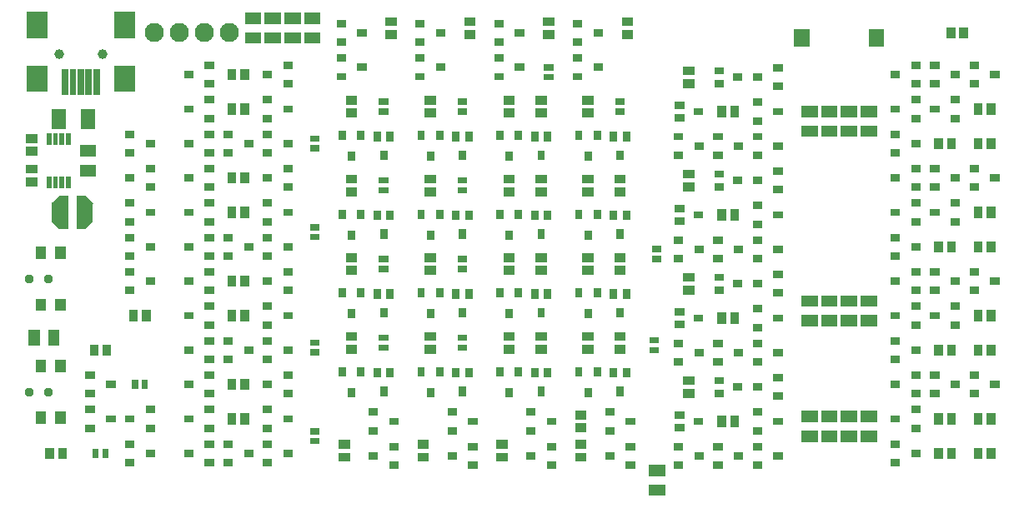
<source format=gbr>
G04 start of page 7 for group -4063 idx -4063 *
G04 Title: (unknown), componentmask *
G04 Creator: pcb 1.99z *
G04 CreationDate: Sun 08 Dec 2013 02:25:59 GMT UTC *
G04 For: ralph *
G04 Format: Gerber/RS-274X *
G04 PCB-Dimensions (mm): 102.00 52.00 *
G04 PCB-Coordinate-Origin: lower left *
%MOMM*%
%FSLAX43Y43*%
%LNTOPMASK*%
%ADD75R,1.450X1.450*%
%ADD74R,2.150X2.150*%
%ADD73R,0.475X0.475*%
%ADD72C,0.002*%
%ADD71R,0.950X0.950*%
%ADD70R,1.550X1.550*%
%ADD69R,0.750X0.750*%
%ADD68R,1.150X1.150*%
%ADD67R,1.050X1.050*%
%ADD66R,0.900X0.900*%
%ADD65R,0.650X0.650*%
%ADD64C,1.000*%
%ADD63C,1.950*%
%ADD62C,0.954*%
G54D62*X3750Y12000D03*
X1750D03*
X3750Y23500D03*
X1750D03*
G54D63*X22060Y48500D03*
X19520D03*
X16980D03*
X14440D03*
G54D64*X9200Y46345D03*
X4800D03*
G54D65*X12500Y12900D02*Y12600D01*
X13500Y12900D02*Y12600D01*
G54D66*X13650Y19875D02*Y19625D01*
X12350Y19875D02*Y19625D01*
G54D67*X2950Y26250D02*Y26050D01*
G54D68*X4250Y17750D02*Y17250D01*
X2250Y17750D02*Y17250D01*
G54D67*X4950Y14750D02*Y14550D01*
X2950Y20950D02*Y20750D01*
X4950Y20950D02*Y20750D01*
Y26250D02*Y26050D01*
G54D69*X13950Y26750D02*X14150D01*
X13950Y23250D02*X14150D01*
X11850Y27700D02*X12050D01*
X11850Y25800D02*X12050D01*
X11850Y24200D02*X12050D01*
X11850Y22300D02*X12050D01*
G54D66*X22350Y9375D02*Y9125D01*
X23650Y9375D02*Y9125D01*
G54D69*X21850Y6700D02*X22050D01*
X21850Y4800D02*X22050D01*
X23950Y5750D02*X24150D01*
X19950Y8300D02*X20150D01*
X17850Y9250D02*X18050D01*
X19950Y4800D02*X20150D01*
X19950Y6700D02*X20150D01*
X17850Y5750D02*X18050D01*
X25850Y6700D02*X26050D01*
X27950Y5750D02*X28150D01*
X25850Y4800D02*X26050D01*
X25850Y10200D02*X26050D01*
X25850Y8300D02*X26050D01*
X27950Y9250D02*X28150D01*
X27950Y11800D02*X28150D01*
X27950Y13700D02*X28150D01*
X25850Y12750D02*X26050D01*
G54D66*X23650Y12875D02*Y12625D01*
G54D69*X23950Y16250D02*X24150D01*
G54D66*X22350Y12875D02*Y12625D01*
G54D69*X21850Y15300D02*X22050D01*
X17850Y23250D02*X18050D01*
X17850Y19750D02*X18050D01*
X19950Y22300D02*X20150D01*
X19950Y24200D02*X20150D01*
X19950Y20700D02*X20150D01*
X19950Y18800D02*X20150D01*
G54D66*X23650Y19875D02*Y19625D01*
G54D69*X25850Y20700D02*X26050D01*
X25850Y23250D02*X26050D01*
G54D66*X23650Y23375D02*Y23125D01*
X22350Y23375D02*Y23125D01*
G54D69*X27950Y24200D02*X28150D01*
X27950Y22300D02*X28150D01*
X27950Y19750D02*X28150D01*
X27950Y16250D02*X28150D01*
X25850Y18800D02*X26050D01*
X25850Y17200D02*X26050D01*
X25850Y15300D02*X26050D01*
G54D66*X22350Y19875D02*Y19625D01*
G54D69*X21850Y17200D02*X22050D01*
X19950Y10200D02*X20150D01*
X19950Y11800D02*X20150D01*
X19950Y13700D02*X20150D01*
X17850Y12750D02*X18050D01*
X19950Y15300D02*X20150D01*
X19950Y17200D02*X20150D01*
X17850Y16250D02*X18050D01*
G54D67*X2950Y14750D02*Y14550D01*
Y9450D02*Y9250D01*
X4950Y9450D02*Y9250D01*
G54D66*X3850Y5875D02*Y5625D01*
X5150Y5875D02*Y5625D01*
G54D69*X13950Y8300D02*X14150D01*
X13950Y10200D02*X14150D01*
X11850Y9250D02*X12050D01*
X11850Y6700D02*X12050D01*
X13950Y5750D02*X14150D01*
G54D66*X8350Y16375D02*Y16125D01*
X9650Y16375D02*Y16125D01*
G54D69*X7850Y13700D02*X8050D01*
X9950Y12750D02*X10150D01*
X7850Y11800D02*X8050D01*
X11850Y4800D02*X12050D01*
G54D65*X9500Y5900D02*Y5600D01*
X8500Y5900D02*Y5600D01*
G54D69*X7850Y10200D02*X8050D01*
X7850Y8300D02*X8050D01*
X9950Y9250D02*X10150D01*
X46700Y4550D02*X46900D01*
X46700Y6450D02*X46900D01*
X46700Y9000D02*X46900D01*
X38700D02*X38900D01*
X54700D02*X54900D01*
X54700Y4550D02*X54900D01*
X52600Y5500D02*X52800D01*
X54700Y6450D02*X54900D01*
G54D66*X41625Y5350D02*X41875D01*
G54D69*X44600Y5500D02*X44800D01*
G54D66*X49625Y6650D02*X49875D01*
X49625Y5350D02*X49875D01*
G54D69*X44600Y8050D02*X44800D01*
X36600D02*X36800D01*
X44600Y9950D02*X44800D01*
X36600D02*X36800D01*
X38700Y4550D02*X38900D01*
X38700Y6450D02*X38900D01*
X36600Y5500D02*X36800D01*
G54D66*X41625Y6650D02*X41875D01*
X33625D02*X33875D01*
X33625Y5350D02*X33875D01*
G54D65*X30600Y7000D02*X30900D01*
X30600Y8000D02*X30900D01*
G54D69*X89600Y6700D02*X89800D01*
X89600Y4800D02*X89800D01*
X91700Y5750D02*X91900D01*
G54D66*X94100Y9375D02*Y9125D01*
G54D69*X91700Y8300D02*X91900D01*
X91700Y10200D02*X91900D01*
X89600Y12750D02*X89800D01*
X89600Y9250D02*X89800D01*
X91700Y11800D02*X91900D01*
X91700Y13700D02*X91900D01*
X93600Y11800D02*X93800D01*
X93600Y13700D02*X93800D01*
X95700Y12750D02*X95900D01*
X97600Y13700D02*X97800D01*
X97600Y11800D02*X97800D01*
X99700Y12750D02*X99900D01*
G54D66*X95400Y9375D02*Y9125D01*
X98100Y9375D02*Y9125D01*
X99400Y9375D02*Y9125D01*
Y5875D02*Y5625D01*
X98100Y5875D02*Y5625D01*
X94100Y5875D02*Y5625D01*
X95400Y5875D02*Y5625D01*
G54D69*X77700Y9000D02*X77900D01*
X77700Y11550D02*X77900D01*
X77700Y13450D02*X77900D01*
X75600Y12500D02*X75800D01*
X75600Y9950D02*X75800D01*
X75600Y8050D02*X75800D01*
X75600Y6450D02*X75800D01*
X75600Y4550D02*X75800D01*
X77700Y5500D02*X77900D01*
G54D68*X84750Y7500D02*X85250D01*
X86750Y9500D02*X87250D01*
X84750D02*X85250D01*
X86750Y7500D02*X87250D01*
X82750D02*X83250D01*
X80750D02*X81250D01*
X82750Y9500D02*X83250D01*
X80750D02*X81250D01*
G54D66*X57625Y9650D02*X57875D01*
G54D69*X52600Y9950D02*X52800D01*
G54D66*X57625Y8350D02*X57875D01*
G54D69*X52600Y8050D02*X52800D01*
X60600D02*X60800D01*
G54D66*X57625Y6650D02*X57875D01*
X57625Y5350D02*X57875D01*
G54D69*X62700Y4550D02*X62900D01*
X62700Y6450D02*X62900D01*
X60600Y5500D02*X60800D01*
X60600Y9950D02*X60800D01*
X62700Y9000D02*X62900D01*
X67700Y8350D02*X67900D01*
X69600Y9000D02*X69800D01*
X69700Y5500D02*X69900D01*
X71600Y6450D02*X71800D01*
X71600Y4550D02*X71800D01*
G54D66*X72100Y9125D02*Y8875D01*
X73400Y9125D02*Y8875D01*
G54D69*X73700Y5500D02*X73900D01*
X67600Y6450D02*X67800D01*
X67600Y4550D02*X67800D01*
G54D68*X65250Y4000D02*X65750D01*
X65250Y2000D02*X65750D01*
G54D69*X67700Y9650D02*X67900D01*
X45750Y36150D02*Y35950D01*
X50500Y36050D02*Y35850D01*
X53750Y36150D02*Y35950D01*
X58500Y36050D02*Y35850D01*
X61750Y36150D02*Y35950D01*
X51450Y38150D02*Y37950D01*
X49550Y38150D02*Y37950D01*
X53100Y38050D02*Y37850D01*
G54D66*X50375Y41650D02*X50625D01*
X58375D02*X58625D01*
G54D69*X59450Y45000D02*X59650D01*
G54D65*X61600Y41500D02*X61900D01*
G54D69*X57350Y47550D02*X57550D01*
X57350Y49450D02*X57550D01*
X57350Y45950D02*X57550D01*
X57350Y44050D02*X57550D01*
G54D65*X54350Y44000D02*X54650D01*
X54350Y45000D02*X54650D01*
G54D66*X53625Y41650D02*X53875D01*
X62375Y48350D02*X62625D01*
X62375Y49650D02*X62625D01*
G54D69*X59450Y48500D02*X59650D01*
X54400Y38050D02*Y37850D01*
X57550Y38150D02*Y37950D01*
G54D66*X50375Y40350D02*X50625D01*
X53625D02*X53875D01*
G54D69*X59450Y38150D02*Y37950D01*
X62400Y38050D02*Y37850D01*
X61100Y38050D02*Y37850D01*
G54D66*X58375Y40350D02*X58625D01*
G54D65*X61600Y40500D02*X61900D01*
G54D68*X30250Y48000D02*X30750D01*
X30250Y50000D02*X30750D01*
X28250Y48000D02*X28750D01*
X28250Y50000D02*X28750D01*
X26250Y48000D02*X26750D01*
X26250Y50000D02*X26750D01*
X24250D02*X24750D01*
G54D69*X34500Y36050D02*Y35850D01*
X33550Y38150D02*Y37950D01*
X35450Y38150D02*Y37950D01*
G54D65*X30600Y36750D02*X30900D01*
X30600Y37750D02*X30900D01*
G54D69*X33350Y45950D02*X33550D01*
X33350Y47550D02*X33550D01*
X33350Y44050D02*X33550D01*
X35450Y45000D02*X35650D01*
G54D66*X38375Y48350D02*X38625D01*
X38375Y49650D02*X38625D01*
G54D69*X33350Y49450D02*X33550D01*
X35450Y48500D02*X35650D01*
G54D68*X24250Y48000D02*X24750D01*
G54D69*X25850Y41700D02*X26050D01*
X25850Y39800D02*X26050D01*
X27950Y40750D02*X28150D01*
X27950Y37250D02*X28150D01*
X25850Y38200D02*X26050D01*
X25850Y36300D02*X26050D01*
X27950Y43300D02*X28150D01*
X27950Y45200D02*X28150D01*
X25850Y44250D02*X26050D01*
X37100Y38050D02*Y37850D01*
G54D66*X34375Y40350D02*X34625D01*
X34375Y41650D02*X34625D01*
G54D65*X37600Y40500D02*X37900D01*
X37600Y41500D02*X37900D01*
G54D69*X41550Y38150D02*Y37950D01*
X38400Y38050D02*Y37850D01*
X37750Y36150D02*Y35950D01*
X42500Y36050D02*Y35850D01*
X46400Y38050D02*Y37850D01*
X45100Y38050D02*Y37850D01*
X43450Y38150D02*Y37950D01*
G54D66*X42375Y40350D02*X42625D01*
G54D65*X45600Y40500D02*X45900D01*
G54D66*X42375Y41650D02*X42625D01*
G54D69*X41350Y44050D02*X41550D01*
X41350Y45950D02*X41550D01*
X41350Y47550D02*X41550D01*
X43450Y45000D02*X43650D01*
G54D65*X45600Y41500D02*X45900D01*
G54D69*X41350Y49450D02*X41550D01*
X43450Y48500D02*X43650D01*
G54D66*X46375Y48350D02*X46625D01*
X46375Y49650D02*X46625D01*
G54D69*X49350Y49450D02*X49550D01*
X49350Y47550D02*X49550D01*
X49350Y45950D02*X49550D01*
X49350Y44050D02*X49550D01*
X51450Y45000D02*X51650D01*
X51450Y48500D02*X51650D01*
G54D66*X54375Y48350D02*X54625D01*
X54375Y49650D02*X54625D01*
G54D69*X38400Y30050D02*Y29850D01*
X37100Y30050D02*Y29850D01*
X37750Y28150D02*Y27950D01*
X35450Y30150D02*Y29950D01*
X33550Y30150D02*Y29950D01*
G54D65*X30600Y27750D02*X30900D01*
X30600Y28750D02*X30900D01*
G54D66*X34375Y32350D02*X34625D01*
G54D65*X37600Y32500D02*X37900D01*
G54D66*X34375Y33650D02*X34625D01*
G54D65*X37600Y33500D02*X37900D01*
G54D69*X59450Y30150D02*Y29950D01*
X57550Y30150D02*Y29950D01*
X62400Y30050D02*Y29850D01*
X61100Y30050D02*Y29850D01*
G54D66*X58375Y32350D02*X58625D01*
G54D65*X45600Y32500D02*X45900D01*
G54D66*X58375Y33650D02*X58625D01*
G54D65*X45600Y33500D02*X45900D01*
G54D66*X53625Y25650D02*X53875D01*
X53625Y17650D02*X53875D01*
X53625Y16350D02*X53875D01*
G54D69*X53750Y12150D02*Y11950D01*
X53100Y22050D02*Y21850D01*
Y14050D02*Y13850D01*
X51450Y14150D02*Y13950D01*
Y22150D02*Y21950D01*
X46400Y30050D02*Y29850D01*
X45750Y28150D02*Y27950D01*
X45100Y30050D02*Y29850D01*
X43450Y30150D02*Y29950D01*
X41550Y30150D02*Y29950D01*
G54D66*X42375Y32350D02*X42625D01*
X42375Y33650D02*X42625D01*
G54D69*X42500Y28050D02*Y27850D01*
G54D65*X45600Y24500D02*X45900D01*
X45600Y25500D02*X45900D01*
G54D66*X50375Y32350D02*X50625D01*
X50375Y33650D02*X50625D01*
G54D69*X51450Y30150D02*Y29950D01*
X49550Y30150D02*Y29950D01*
X50500Y28050D02*Y27850D01*
X49550Y22150D02*Y21950D01*
X50500Y20050D02*Y19850D01*
X46400Y14050D02*Y13850D01*
X45100Y14050D02*Y13850D01*
X45750Y12150D02*Y11950D01*
X50500Y12050D02*Y11850D01*
X42500Y12050D02*Y11850D01*
X43450Y14150D02*Y13950D01*
X41550Y14150D02*Y13950D01*
X49550Y14150D02*Y13950D01*
G54D66*X42375Y16350D02*X42625D01*
X50375D02*X50625D01*
X42375Y17650D02*X42625D01*
X50375D02*X50625D01*
G54D65*X45600Y16500D02*X45900D01*
X45600Y17500D02*X45900D01*
G54D69*X34500Y28050D02*Y27850D01*
X58500Y28050D02*Y27850D01*
G54D66*X42375Y24350D02*X42625D01*
X34375D02*X34625D01*
X34375Y25650D02*X34625D01*
G54D65*X37600Y24500D02*X37900D01*
X37600Y25500D02*X37900D01*
G54D66*X58375Y25650D02*X58625D01*
X50375D02*X50625D01*
X42375D02*X42625D01*
X50375Y24350D02*X50625D01*
G54D69*X46400Y22050D02*Y21850D01*
X45100Y22050D02*Y21850D01*
X45750Y20150D02*Y19950D01*
X42500Y20050D02*Y19850D01*
X43450Y22150D02*Y21950D01*
X41550Y22150D02*Y21950D01*
X38400Y22050D02*Y21850D01*
X37100Y22050D02*Y21850D01*
X35450Y22150D02*Y21950D01*
X33550Y22150D02*Y21950D01*
X37750Y20150D02*Y19950D01*
X34500Y20050D02*Y19850D01*
X38400Y14050D02*Y13850D01*
X37100Y14050D02*Y13850D01*
X35450Y14150D02*Y13950D01*
X37750Y12150D02*Y11950D01*
X34500Y12050D02*Y11850D01*
G54D66*X34375Y16350D02*X34625D01*
X34375Y17650D02*X34625D01*
G54D69*X33550Y14150D02*Y13950D01*
G54D65*X37600Y16500D02*X37900D01*
X37600Y17500D02*X37900D01*
X30600Y16000D02*X30900D01*
X30600Y17000D02*X30900D01*
G54D69*X61750Y28150D02*Y27950D01*
G54D66*X58375Y24350D02*X58625D01*
G54D69*X54400Y14050D02*Y13850D01*
X59450Y14150D02*Y13950D01*
X57550Y14150D02*Y13950D01*
X62400Y14050D02*Y13850D01*
X61100Y14050D02*Y13850D01*
X58500Y12050D02*Y11850D01*
X61750Y12150D02*Y11950D01*
G54D66*X58375Y16350D02*X58625D01*
X58375Y17650D02*X58625D01*
X53625Y24350D02*X53875D01*
G54D69*X54400Y22050D02*Y21850D01*
X53750Y20150D02*Y19950D01*
X58500Y20050D02*Y19850D01*
X61750Y20150D02*Y19950D01*
G54D66*X61625Y24350D02*X61875D01*
G54D69*X59450Y22150D02*Y21950D01*
X57550Y22150D02*Y21950D01*
X61100Y22050D02*Y21850D01*
X62400Y22050D02*Y21850D01*
G54D66*X61625Y32350D02*X61875D01*
X61625Y33650D02*X61875D01*
X61625Y25650D02*X61875D01*
X61625Y16350D02*X61875D01*
X61625Y17650D02*X61875D01*
G54D69*X54400Y30050D02*Y29850D01*
G54D66*X53625Y32350D02*X53875D01*
G54D69*X53100Y30050D02*Y29850D01*
X53750Y28150D02*Y27950D01*
G54D66*X53625Y33650D02*X53875D01*
G54D69*X89600Y38200D02*X89800D01*
X89600Y36300D02*X89800D01*
X89600Y44250D02*X89800D01*
G54D68*X86750Y38500D02*X87250D01*
X86750Y40500D02*X87250D01*
G54D69*X93600Y40750D02*X93800D01*
G54D66*X94100Y37375D02*Y37125D01*
G54D69*X95700Y39800D02*X95900D01*
G54D66*X95400Y37375D02*Y37125D01*
G54D69*X91700Y37250D02*X91900D01*
X91700Y43300D02*X91900D01*
X91700Y45200D02*X91900D01*
X91700Y39800D02*X91900D01*
X91700Y41700D02*X91900D01*
G54D66*X95350Y48625D02*Y48375D01*
X96650Y48625D02*Y48375D01*
G54D69*X95700Y44250D02*X95900D01*
X93600Y45200D02*X93800D01*
X93600Y43300D02*X93800D01*
X95700Y41700D02*X95900D01*
X97600Y43300D02*X97800D01*
G54D66*X98100Y40875D02*Y40625D01*
G54D69*X97600Y45200D02*X97800D01*
X99700Y44250D02*X99900D01*
G54D66*X99400Y40875D02*Y40625D01*
Y37375D02*Y37125D01*
X98100Y37375D02*Y37125D01*
G54D69*X89600Y40750D02*X89800D01*
G54D70*X87800Y48100D02*Y47900D01*
X80200Y48100D02*Y47900D01*
G54D68*X82750Y38500D02*X83250D01*
X80750D02*X81250D01*
X82750Y40500D02*X83250D01*
X84750D02*X85250D01*
X80750D02*X81250D01*
X84750Y38500D02*X85250D01*
X84750Y19250D02*X85250D01*
X82750D02*X83250D01*
X80750Y21250D02*X81250D01*
X80750Y19250D02*X81250D01*
X86750Y21250D02*X87250D01*
X84750D02*X85250D01*
X82750D02*X83250D01*
X86750Y19250D02*X87250D01*
G54D66*X99400Y16375D02*Y16125D01*
X98100Y16375D02*Y16125D01*
X94100Y16375D02*Y16125D01*
X95400Y16375D02*Y16125D01*
G54D69*X89600Y17200D02*X89800D01*
X89600Y15300D02*X89800D01*
X91700Y16250D02*X91900D01*
X75600Y23000D02*X75800D01*
X73600D02*X73800D01*
X77700Y23950D02*X77900D01*
X77700Y22050D02*X77900D01*
X75600Y20450D02*X75800D01*
X77700Y19500D02*X77900D01*
X71700Y23650D02*X71900D01*
X71700Y22350D02*X71900D01*
G54D66*X72100Y19625D02*Y19375D01*
G54D69*X71700Y13150D02*X71900D01*
X71700Y11850D02*X71900D01*
X71600Y16950D02*X71800D01*
X67700Y18850D02*X67900D01*
X71600Y15050D02*X71800D01*
X69700Y16000D02*X69900D01*
X67600Y16950D02*X67800D01*
X67600Y15050D02*X67800D01*
G54D65*X65100Y16250D02*X65400D01*
X65100Y17250D02*X65400D01*
G54D69*X67700Y20150D02*X67900D01*
X69600Y19500D02*X69800D01*
G54D66*X68625Y23650D02*X68875D01*
X68625Y22350D02*X68875D01*
X68625Y13150D02*X68875D01*
X68625Y11850D02*X68875D01*
G54D69*X75600Y18550D02*X75800D01*
G54D66*X73400Y19625D02*Y19375D01*
G54D69*X75600Y16950D02*X75800D01*
X75600Y15050D02*X75800D01*
X77700Y16000D02*X77900D01*
X73700D02*X73900D01*
X73600Y12500D02*X73800D01*
G54D66*X95400Y26875D02*Y26625D01*
X99400Y26875D02*Y26625D01*
X98100Y26875D02*Y26625D01*
X99400Y30375D02*Y30125D01*
X98100Y30375D02*Y30125D01*
G54D69*X95700Y29300D02*X95900D01*
X93600Y30250D02*X93800D01*
X93600Y32800D02*X93800D01*
X95700Y31200D02*X95900D01*
X93600Y34700D02*X93800D01*
X95700Y33750D02*X95900D01*
X97600Y34700D02*X97800D01*
X97600Y32800D02*X97800D01*
X99700Y33750D02*X99900D01*
G54D66*X94100Y26875D02*Y26625D01*
G54D69*X89600Y27700D02*X89800D01*
X89600Y25800D02*X89800D01*
X91700Y26750D02*X91900D01*
X91700Y29300D02*X91900D01*
X91700Y32800D02*X91900D01*
X91700Y31200D02*X91900D01*
X91700Y34700D02*X91900D01*
X89600Y33750D02*X89800D01*
X89600Y30250D02*X89800D01*
X89600Y23250D02*X89800D01*
X89600Y19750D02*X89800D01*
X91700Y22300D02*X91900D01*
X91700Y24200D02*X91900D01*
X91700Y18800D02*X91900D01*
X91700Y20700D02*X91900D01*
X95700Y18800D02*X95900D01*
X93600Y19750D02*X93800D01*
G54D66*X98100Y19875D02*Y19625D01*
G54D69*X95700Y20700D02*X95900D01*
X93600Y22300D02*X93800D01*
X93600Y24200D02*X93800D01*
X95700Y23250D02*X95900D01*
X97600Y24200D02*X97800D01*
X97600Y22300D02*X97800D01*
G54D66*X99400Y19875D02*Y19625D01*
G54D69*X99700Y23250D02*X99900D01*
X71600Y37950D02*X71800D01*
X73700Y37000D02*X73900D01*
X77700D02*X77900D01*
X75600Y36050D02*X75800D01*
G54D66*X72100Y40625D02*Y40375D01*
X73400Y40625D02*Y40375D01*
G54D69*X69600Y40500D02*X69800D01*
X67700Y41150D02*X67900D01*
G54D66*X68625Y44650D02*X68875D01*
X68625Y43350D02*X68875D01*
G54D69*X67700Y39850D02*X67900D01*
X77700Y43050D02*X77900D01*
X77700Y44950D02*X77900D01*
X75600Y44000D02*X75800D01*
X75600Y37950D02*X75800D01*
X75600Y39550D02*X75800D01*
X75600Y41450D02*X75800D01*
X77700Y40500D02*X77900D01*
X71700Y44650D02*X71900D01*
X71700Y43350D02*X71900D01*
X73600Y44000D02*X73800D01*
X69700Y37000D02*X69900D01*
G54D66*X68625Y34150D02*X68875D01*
G54D69*X67600Y37950D02*X67800D01*
X67600Y36050D02*X67800D01*
X71600D02*X71800D01*
X71700Y34150D02*X71900D01*
X77700Y34450D02*X77900D01*
X75600Y33500D02*X75800D01*
X75600Y30950D02*X75800D01*
X75600Y29050D02*X75800D01*
X77700Y32550D02*X77900D01*
X77700Y30000D02*X77900D01*
X77700Y26500D02*X77900D01*
X75600Y27450D02*X75800D01*
X75600Y25550D02*X75800D01*
X71700Y32850D02*X71900D01*
G54D66*X72100Y30125D02*Y29875D01*
G54D69*X73600Y33500D02*X73800D01*
X71600Y27450D02*X71800D01*
X71600Y25550D02*X71800D01*
G54D66*X73400Y30125D02*Y29875D01*
G54D69*X73700Y26500D02*X73900D01*
G54D66*X68625Y32850D02*X68875D01*
G54D69*X67700Y30650D02*X67900D01*
X69600Y30000D02*X69800D01*
X67700Y29350D02*X67900D01*
X67600Y27450D02*X67800D01*
X67600Y25550D02*X67800D01*
X69700Y26500D02*X69900D01*
G54D65*X65350Y25500D02*X65650D01*
X65350Y26500D02*X65650D01*
G54D66*X23650Y30375D02*Y30125D01*
G54D69*X23950Y26750D02*X24150D01*
G54D66*X22350Y30375D02*Y30125D01*
G54D69*X21850Y27700D02*X22050D01*
X21850Y25800D02*X22050D01*
X25850Y27700D02*X26050D01*
X25850Y29300D02*X26050D01*
X25850Y25800D02*X26050D01*
X23950Y37250D02*X24150D01*
X19950Y38200D02*X20150D01*
X21850Y36300D02*X22050D01*
X19950D02*X20150D01*
X19950Y34700D02*X20150D01*
X17850Y37250D02*X18050D01*
X17850Y33750D02*X18050D01*
G54D66*X23650Y33875D02*Y33625D01*
X22350Y33875D02*Y33625D01*
G54D69*X19950Y25800D02*X20150D01*
X19950Y27700D02*X20150D01*
X17850Y26750D02*X18050D01*
X19950Y29300D02*X20150D01*
X19950Y31200D02*X20150D01*
X19950Y32800D02*X20150D01*
X17850Y30250D02*X18050D01*
X27950Y26750D02*X28150D01*
X27950Y30250D02*X28150D01*
X25850Y33750D02*X26050D01*
X25850Y31200D02*X26050D01*
X27950Y32800D02*X28150D01*
X27950Y34700D02*X28150D01*
X11850Y31200D02*X12050D01*
X11850Y29300D02*X12050D01*
X13950Y30250D02*X14150D01*
X13950Y32800D02*X14150D01*
X13950Y34700D02*X14150D01*
X21850Y38200D02*X22050D01*
G54D66*X22350Y40875D02*Y40625D01*
Y44375D02*Y44125D01*
G54D69*X19950Y39800D02*X20150D01*
X19950Y41700D02*X20150D01*
X17850Y40750D02*X18050D01*
G54D66*X23650Y40875D02*Y40625D01*
Y44375D02*Y44125D01*
G54D69*X19950Y43300D02*X20150D01*
X19950Y45200D02*X20150D01*
X17850Y44250D02*X18050D01*
X11850Y38200D02*X12050D01*
X13950Y37250D02*X14150D01*
G54D71*X5250Y31450D02*Y29050D01*
X4550Y30750D02*Y29750D01*
X7050Y31450D02*Y29050D01*
G54D72*G36*
X7450Y31955D02*X8255Y31150D01*
X7725Y30620D01*
X6920Y31425D01*
X7450Y31955D01*
G37*
G36*
X6920Y29075D02*X7725Y29880D01*
X8255Y29350D01*
X7450Y28545D01*
X6920Y29075D01*
G37*
G54D71*X7750Y30750D02*Y29750D01*
G54D72*G36*
X4045Y31150D02*X4850Y31955D01*
X5380Y31425D01*
X4575Y30620D01*
X4045Y31150D01*
G37*
G36*
X4575Y29880D02*X5380Y29075D01*
X4850Y28545D01*
X4045Y29350D01*
X4575Y29880D01*
G37*
G54D66*X1875Y37750D02*X2125D01*
X1875Y36450D02*X2125D01*
G54D73*X5725Y38038D02*Y37362D01*
X5075Y38038D02*Y37362D01*
X4425Y38038D02*Y37362D01*
X3775Y38038D02*Y37362D01*
G54D66*X1875Y34650D02*X2125D01*
X1875Y33350D02*X2125D01*
G54D73*X3775Y33638D02*Y32962D01*
G54D68*X7500Y34500D02*X8000D01*
G54D73*X4425Y33638D02*Y32962D01*
X5075Y33638D02*Y32962D01*
X5725Y33638D02*Y32962D01*
G54D69*X11850Y36300D02*X12050D01*
G54D68*X7500Y36500D02*X8000D01*
G54D74*X11450Y44100D02*Y43600D01*
G54D65*X8600Y44500D02*Y42500D01*
X7800Y44500D02*Y42500D01*
X7000Y44500D02*Y42500D01*
G54D75*X7750Y40050D02*Y39450D01*
X4750Y40050D02*Y39450D01*
G54D69*X11850Y33750D02*X12050D01*
G54D74*X11450Y49550D02*Y49050D01*
G54D65*X6200Y44500D02*Y42500D01*
X5400Y44500D02*Y42500D01*
G54D74*X2550Y44100D02*Y43600D01*
Y49550D02*Y49050D01*
M02*

</source>
